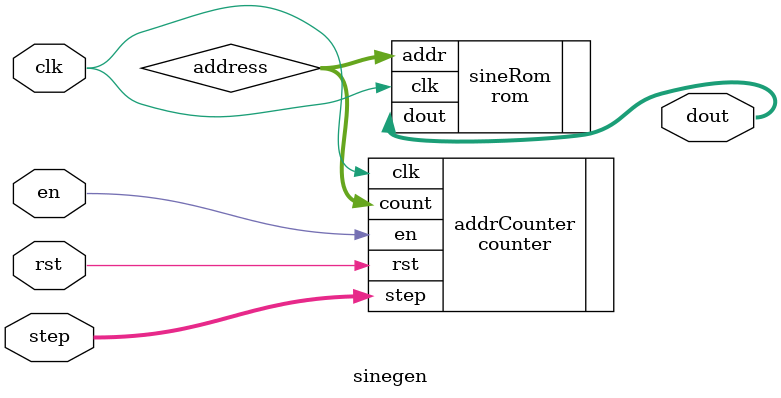
<source format=sv>
module sinegen #(
    parameter A_WIDTH = 8,
              D_WIDTH = 8
)(
    input  logic             clk,    
    input  logic             rst,    
    input  logic             en, 
    input  logic [A_WIDTH-1:0] step, 
    output logic [D_WIDTH-1:0] dout  
);

logic [A_WIDTH-1:0] address;     // interconnect wire as can't go straight between modules

counter addrCounter (
    .clk   (clk),
    .rst   (rst),
    .en    (en),
    .step  (step),
    .count (address)
);

rom #(A_WIDTH, D_WIDTH) sineRom (
    .clk  (clk),
    .addr (address),
    .dout (dout)
);

endmodule

</source>
